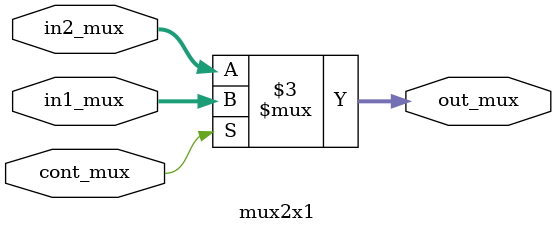
<source format=v>

module mux2x1 (
    
    // Entradas
    input wire [31:0] in1_mux,
    input wire [31:0] in2_mux,
    
    // Controle
    input wire cont_mux,
    
    // Saida
    output reg [31:0] out_mux
);

    always @(*) begin
        if(cont_mux)
            out_mux <= in1_mux;
        else
            out_mux <= in2_mux;
    end

endmodule
</source>
